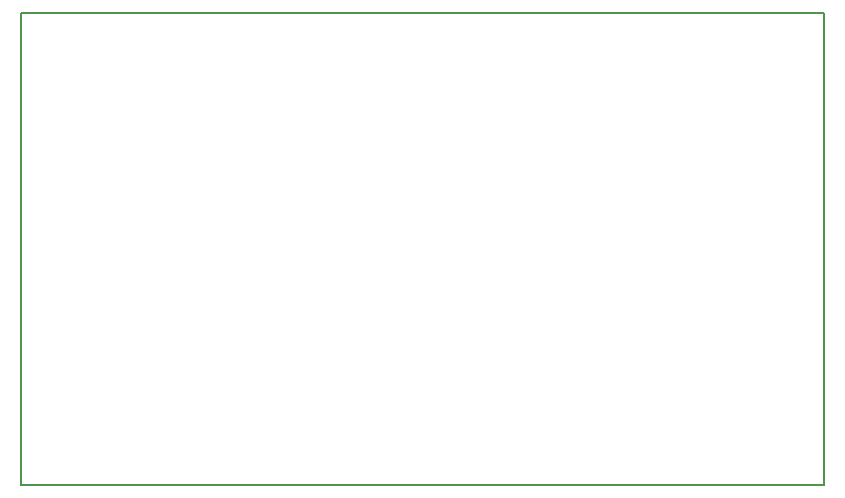
<source format=gbr>
G04 DipTrace 3.3.1.1*
G04 border.gbr*
%MOIN*%
G04 #@! TF.FileFunction,Profile*
G04 #@! TF.Part,Single*
%ADD11C,0.005512*%
%FSLAX26Y26*%
G04*
G70*
G90*
G75*
G01*
G04 BoardOutline*
%LPD*%
X393701Y393701D2*
D11*
X3070866D1*
Y1968504D1*
X393701D1*
Y393701D1*
M02*

</source>
